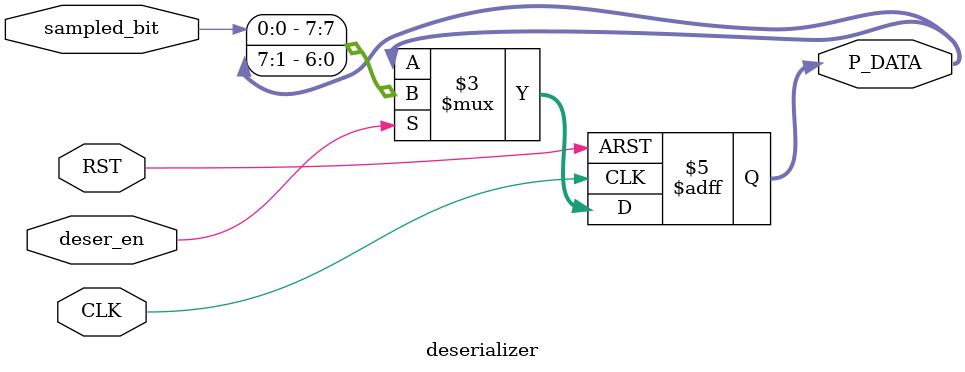
<source format=v>
module deserializer (
    input  wire       CLK,
    input  wire       RST,
    input  wire       deser_en,
    input  wire       sampled_bit,
    output reg  [7:0] P_DATA
);
    always @(posedge CLK or negedge RST) begin
        if (~RST) begin
            P_DATA <= 8'h0;
        end
        else begin
            if (deser_en) begin
                P_DATA <= {sampled_bit, P_DATA[7:1]};
            end
        end
    end
endmodule

</source>
